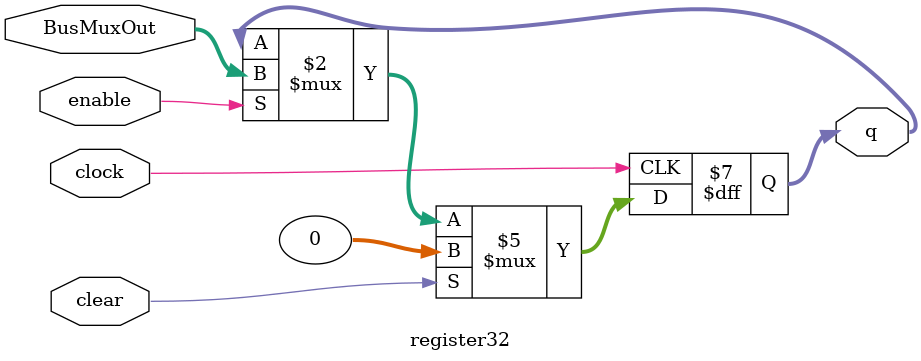
<source format=v>
module register32(
    input wire clock,
    input wire clear, //reset, clear to 0
    input wire enable,
    input wire [31:0] BusMuxOut, //32-bit data from bus
    output reg [31:0] q //32-bit stored val
);

    always @(posedge clock) begin //updates stored 32-bit num on pos clock edge
        if (clear)
            q <= 32'd0;          //clears to 0 if clear=1, 32'd0 means 32-bit decimal val of 0
        else if (enable)
            q <= BusMuxOut;      //save if enable=1
    end

endmodule
</source>
